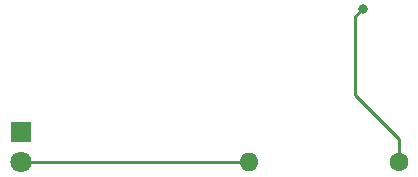
<source format=gbr>
%TF.GenerationSoftware,KiCad,Pcbnew,7.0.5*%
%TF.CreationDate,2023-06-14T12:52:39-07:00*%
%TF.ProjectId,ECE299-RadioClock,45434532-3939-42d5-9261-64696f436c6f,0*%
%TF.SameCoordinates,Original*%
%TF.FileFunction,Copper,L1,Top*%
%TF.FilePolarity,Positive*%
%FSLAX46Y46*%
G04 Gerber Fmt 4.6, Leading zero omitted, Abs format (unit mm)*
G04 Created by KiCad (PCBNEW 7.0.5) date 2023-06-14 12:52:39*
%MOMM*%
%LPD*%
G01*
G04 APERTURE LIST*
%TA.AperFunction,ComponentPad*%
%ADD10O,1.600000X1.600000*%
%TD*%
%TA.AperFunction,ComponentPad*%
%ADD11C,1.600000*%
%TD*%
%TA.AperFunction,ComponentPad*%
%ADD12C,1.800000*%
%TD*%
%TA.AperFunction,ComponentPad*%
%ADD13R,1.800000X1.800000*%
%TD*%
%TA.AperFunction,ViaPad*%
%ADD14C,0.800000*%
%TD*%
%TA.AperFunction,Conductor*%
%ADD15C,0.250000*%
%TD*%
G04 APERTURE END LIST*
D10*
%TO.P,R1,2*%
%TO.N,/led*%
X156300000Y-118000000D03*
D11*
%TO.P,R1,1*%
%TO.N,VCC*%
X169000000Y-118000000D03*
%TD*%
D12*
%TO.P,D1,2,A*%
%TO.N,/led*%
X137000000Y-118000000D03*
D13*
%TO.P,D1,1,K*%
%TO.N,GND*%
X137000000Y-115460000D03*
%TD*%
D14*
%TO.N,VCC*%
X166000000Y-105000000D03*
%TD*%
D15*
%TO.N,VCC*%
X165350000Y-112350000D02*
X169000000Y-116000000D01*
X169000000Y-116000000D02*
X169000000Y-118000000D01*
X165350000Y-105650000D02*
X165350000Y-112350000D01*
X166000000Y-105000000D02*
X165350000Y-105650000D01*
%TO.N,/led*%
X137000000Y-118000000D02*
X156300000Y-118000000D01*
%TD*%
M02*

</source>
